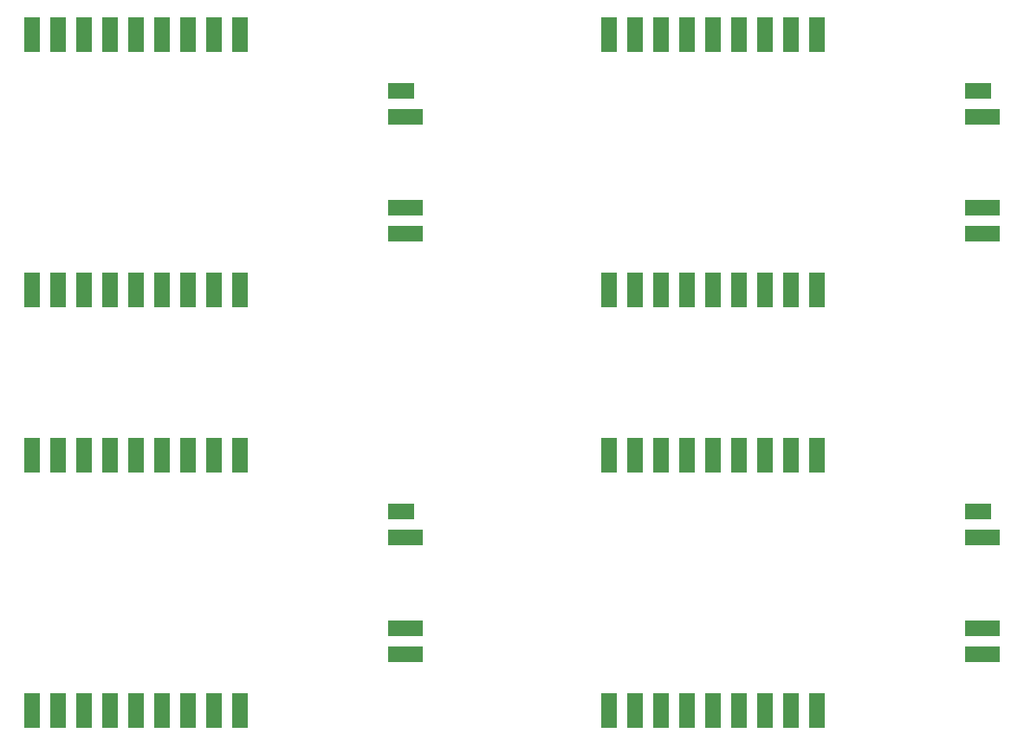
<source format=gbp>
G75*
%MOIN*%
%OFA0B0*%
%FSLAX25Y25*%
%IPPOS*%
%LPD*%
%AMOC8*
5,1,8,0,0,1.08239X$1,22.5*
%
%ADD10R,0.05906X0.13386*%
%ADD11R,0.13386X0.05906*%
%ADD12R,0.10040X0.05906*%
D10*
X0057530Y0084580D03*
X0067530Y0084580D03*
X0077530Y0084580D03*
X0087530Y0084580D03*
X0097530Y0084580D03*
X0107530Y0084580D03*
X0117530Y0084580D03*
X0127530Y0084580D03*
X0137530Y0084580D03*
X0279530Y0084580D03*
X0289530Y0084580D03*
X0299530Y0084580D03*
X0309530Y0084580D03*
X0319530Y0084580D03*
X0329530Y0084580D03*
X0339530Y0084580D03*
X0349530Y0084580D03*
X0359530Y0084580D03*
X0359530Y0183005D03*
X0349530Y0183005D03*
X0339530Y0183005D03*
X0329530Y0183005D03*
X0319530Y0182926D03*
X0309530Y0183005D03*
X0299530Y0183005D03*
X0289530Y0183005D03*
X0279530Y0183005D03*
X0279530Y0246580D03*
X0289530Y0246580D03*
X0299530Y0246580D03*
X0309530Y0246580D03*
X0319530Y0246580D03*
X0329530Y0246580D03*
X0339530Y0246580D03*
X0349530Y0246580D03*
X0359530Y0246580D03*
X0359530Y0345005D03*
X0349530Y0345005D03*
X0339530Y0345005D03*
X0329530Y0345005D03*
X0319530Y0344926D03*
X0309530Y0345005D03*
X0299530Y0345005D03*
X0289530Y0345005D03*
X0279530Y0345005D03*
X0137530Y0345005D03*
X0127530Y0345005D03*
X0117530Y0345005D03*
X0107530Y0345005D03*
X0097530Y0344926D03*
X0087530Y0345005D03*
X0077530Y0345005D03*
X0067530Y0345005D03*
X0057530Y0345005D03*
X0057530Y0246580D03*
X0067530Y0246580D03*
X0077530Y0246580D03*
X0087530Y0246580D03*
X0097530Y0246580D03*
X0107530Y0246580D03*
X0117530Y0246580D03*
X0127530Y0246580D03*
X0137530Y0246580D03*
X0137530Y0183005D03*
X0127530Y0183005D03*
X0117530Y0183005D03*
X0107530Y0183005D03*
X0097530Y0182926D03*
X0087530Y0183005D03*
X0077530Y0183005D03*
X0067530Y0183005D03*
X0057530Y0183005D03*
D11*
X0201230Y0151352D03*
X0201230Y0116234D03*
X0201230Y0106234D03*
X0423230Y0106234D03*
X0423230Y0116234D03*
X0423230Y0151352D03*
X0423230Y0268234D03*
X0423230Y0278234D03*
X0423230Y0313352D03*
X0201230Y0313352D03*
X0201230Y0278234D03*
X0201230Y0268234D03*
D12*
X0199530Y0323352D03*
X0421530Y0323352D03*
X0421530Y0161352D03*
X0199530Y0161352D03*
M02*

</source>
